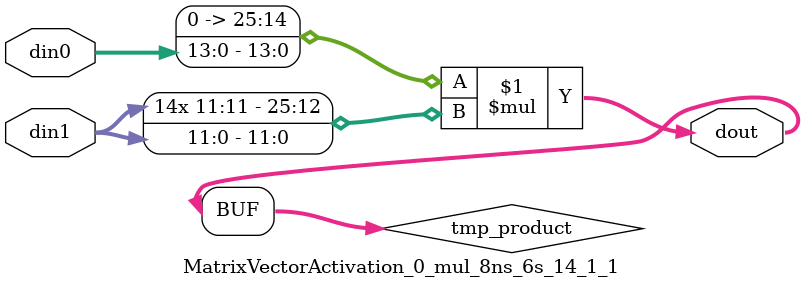
<source format=v>

`timescale 1 ns / 1 ps

  (* use_dsp = "no" *)  module MatrixVectorActivation_0_mul_8ns_6s_14_1_1(din0, din1, dout);
parameter ID = 1;
parameter NUM_STAGE = 0;
parameter din0_WIDTH = 14;
parameter din1_WIDTH = 12;
parameter dout_WIDTH = 26;

input [din0_WIDTH - 1 : 0] din0; 
input [din1_WIDTH - 1 : 0] din1; 
output [dout_WIDTH - 1 : 0] dout;

wire signed [dout_WIDTH - 1 : 0] tmp_product;











assign tmp_product = $signed({1'b0, din0}) * $signed(din1);










assign dout = tmp_product;







endmodule

</source>
